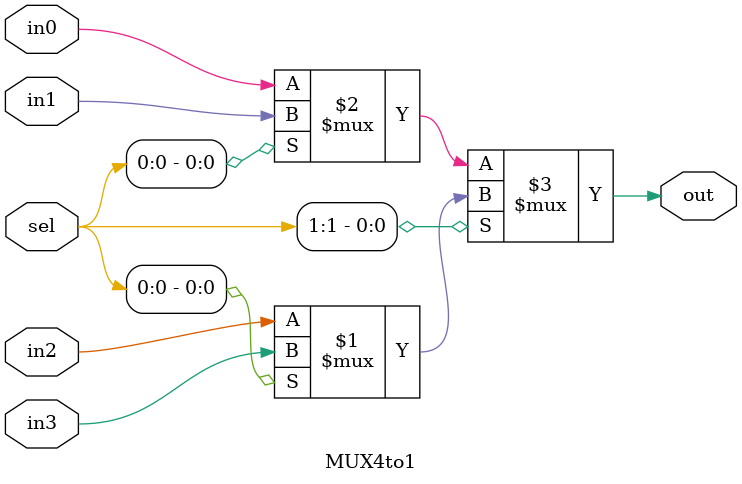
<source format=v>
module MUX4to1(out, in0, in1, in2, in3, sel);
	output out;
	input in0, in1, in2, in3;
	input [1:0]sel;
	wire out;
	assign out = (sel[1]) ? ( sel[0] ? in3 : in2 ):( sel[0] ? in1 : in0 ); 
endmodule
</source>
